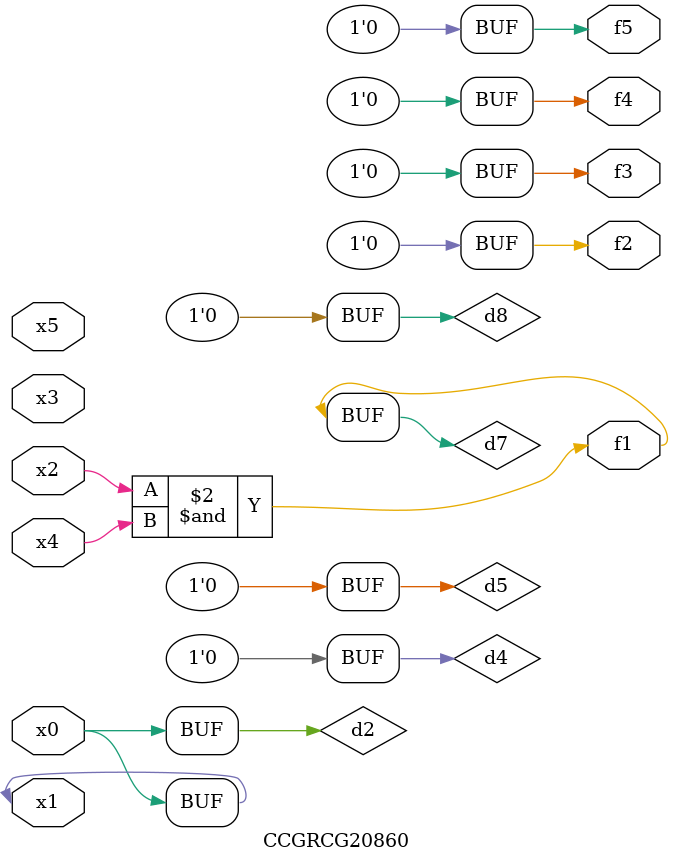
<source format=v>
module CCGRCG20860(
	input x0, x1, x2, x3, x4, x5,
	output f1, f2, f3, f4, f5
);

	wire d1, d2, d3, d4, d5, d6, d7, d8, d9;

	nand (d1, x1);
	buf (d2, x0, x1);
	nand (d3, x2, x4);
	and (d4, d1, d2);
	and (d5, d1, d2);
	nand (d6, d1, d3);
	not (d7, d3);
	xor (d8, d5);
	nor (d9, d5, d6);
	assign f1 = d7;
	assign f2 = d8;
	assign f3 = d8;
	assign f4 = d8;
	assign f5 = d8;
endmodule

</source>
